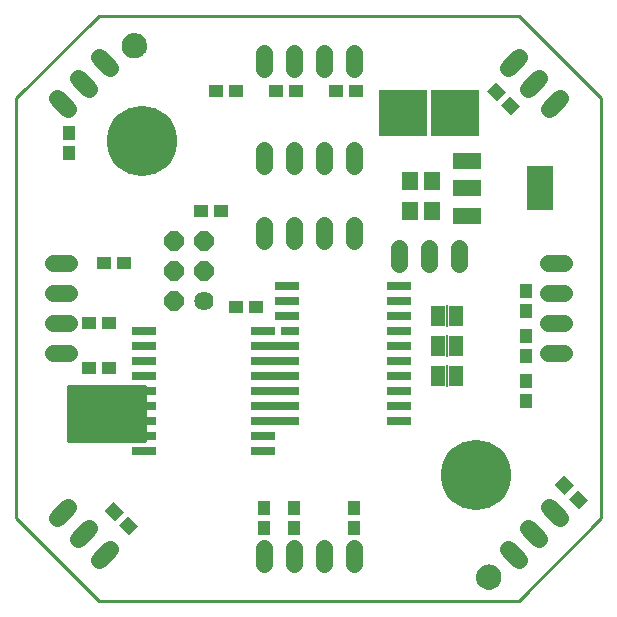
<source format=gbs>
G75*
%MOIN*%
%OFA0B0*%
%FSLAX25Y25*%
%IPPOS*%
%LPD*%
%AMOC8*
5,1,8,0,0,1.08239X$1,22.5*
%
%ADD10C,0.01000*%
%ADD11C,0.01600*%
%ADD12R,0.08400X0.03000*%
%ADD13R,0.06400X0.03000*%
%ADD14R,0.04731X0.04337*%
%ADD15R,0.04337X0.04731*%
%ADD16C,0.05600*%
%ADD17R,0.05000X0.06700*%
%ADD18R,0.00600X0.07200*%
%ADD19C,0.06400*%
%ADD20OC8,0.06400*%
%ADD21R,0.09200X0.05200*%
%ADD22R,0.09061X0.14573*%
%ADD23R,0.16400X0.15400*%
%ADD24C,0.10400*%
%ADD25R,0.05518X0.06306*%
%ADD26C,0.23400*%
%ADD27C,0.00500*%
D10*
X0001500Y0029000D02*
X0001500Y0169000D01*
X0029000Y0196461D01*
X0029000Y0196500D02*
X0169000Y0196500D01*
X0196500Y0169000D01*
X0196500Y0029000D01*
X0169000Y0001500D01*
X0029000Y0001500D01*
X0001500Y0029000D01*
D11*
X0019000Y0055250D02*
X0019000Y0072750D01*
X0044000Y0072750D01*
X0044000Y0055250D01*
X0019000Y0055250D01*
X0019000Y0055849D02*
X0044000Y0055849D01*
X0044000Y0057448D02*
X0019000Y0057448D01*
X0019000Y0059046D02*
X0044000Y0059046D01*
X0044000Y0060645D02*
X0019000Y0060645D01*
X0019000Y0062243D02*
X0044000Y0062243D01*
X0044000Y0063842D02*
X0019000Y0063842D01*
X0019000Y0065440D02*
X0044000Y0065440D01*
X0044000Y0067039D02*
X0019000Y0067039D01*
X0019000Y0068637D02*
X0044000Y0068637D01*
X0044000Y0070236D02*
X0019000Y0070236D01*
X0019000Y0071834D02*
X0044000Y0071834D01*
D12*
X0044200Y0071500D03*
X0044200Y0076500D03*
X0044200Y0081500D03*
X0044200Y0086500D03*
X0044200Y0091500D03*
X0044200Y0066500D03*
X0044200Y0061500D03*
X0044200Y0056500D03*
X0044200Y0051500D03*
X0083800Y0051500D03*
X0083800Y0056500D03*
X0083800Y0061500D03*
X0083800Y0066500D03*
X0083800Y0071500D03*
X0083800Y0076500D03*
X0083800Y0081500D03*
X0083800Y0086500D03*
X0083800Y0091500D03*
X0091700Y0086500D03*
X0091700Y0081500D03*
X0091700Y0076500D03*
X0091700Y0071500D03*
X0091700Y0066500D03*
X0091700Y0061500D03*
X0091700Y0096500D03*
X0091700Y0101500D03*
X0091700Y0106500D03*
X0129200Y0106500D03*
X0129200Y0101500D03*
X0129200Y0096500D03*
X0129200Y0091500D03*
X0129200Y0086500D03*
X0129200Y0081500D03*
X0129200Y0076500D03*
X0129200Y0071500D03*
X0129200Y0066500D03*
X0129200Y0061500D03*
D13*
X0092700Y0091500D03*
D14*
X0081421Y0099394D03*
X0074728Y0099394D03*
X0069846Y0131500D03*
X0063154Y0131500D03*
X0037346Y0114000D03*
X0030654Y0114000D03*
X0032346Y0094000D03*
X0025654Y0094000D03*
X0025654Y0079000D03*
X0032346Y0079000D03*
G36*
X0033995Y0034571D02*
X0037339Y0031227D01*
X0034273Y0028161D01*
X0030929Y0031505D01*
X0033995Y0034571D01*
G37*
G36*
X0038727Y0029839D02*
X0042071Y0026495D01*
X0039005Y0023429D01*
X0035661Y0026773D01*
X0038727Y0029839D01*
G37*
G36*
X0166505Y0163429D02*
X0163161Y0166773D01*
X0166227Y0169839D01*
X0169571Y0166495D01*
X0166505Y0163429D01*
G37*
G36*
X0161773Y0168161D02*
X0158429Y0171505D01*
X0161495Y0174571D01*
X0164839Y0171227D01*
X0161773Y0168161D01*
G37*
X0114846Y0171500D03*
X0108154Y0171500D03*
X0094846Y0171500D03*
X0088154Y0171500D03*
X0074846Y0171500D03*
X0068154Y0171500D03*
G36*
X0184273Y0036911D02*
X0180929Y0040255D01*
X0183995Y0043321D01*
X0187339Y0039977D01*
X0184273Y0036911D01*
G37*
G36*
X0189005Y0032179D02*
X0185661Y0035523D01*
X0188727Y0038589D01*
X0192071Y0035245D01*
X0189005Y0032179D01*
G37*
D15*
X0171500Y0068154D03*
X0171500Y0074846D03*
X0171500Y0083154D03*
X0171500Y0089846D03*
X0171500Y0098154D03*
X0171500Y0104846D03*
X0114000Y0032346D03*
X0114000Y0025654D03*
X0094000Y0025654D03*
X0094000Y0032346D03*
X0084000Y0032346D03*
X0084000Y0025654D03*
X0019000Y0150654D03*
X0019000Y0157346D03*
D16*
X0025761Y0025768D02*
X0022084Y0022091D01*
X0015124Y0029051D02*
X0018801Y0032727D01*
X0032721Y0018808D02*
X0029044Y0015131D01*
X0084000Y0013900D02*
X0084000Y0019100D01*
X0094000Y0019100D02*
X0094000Y0013900D01*
X0104000Y0013900D02*
X0104000Y0019100D01*
X0114000Y0019100D02*
X0114000Y0013900D01*
X0165273Y0018801D02*
X0168949Y0015124D01*
X0175909Y0022084D02*
X0172232Y0025761D01*
X0179192Y0032721D02*
X0182869Y0029044D01*
X0184100Y0084000D02*
X0178900Y0084000D01*
X0178900Y0094000D02*
X0184100Y0094000D01*
X0184100Y0104000D02*
X0178900Y0104000D01*
X0178900Y0114000D02*
X0184100Y0114000D01*
X0149000Y0113900D02*
X0149000Y0119100D01*
X0139000Y0119100D02*
X0139000Y0113900D01*
X0129000Y0113900D02*
X0129000Y0119100D01*
X0114000Y0121400D02*
X0114000Y0126600D01*
X0104000Y0126600D02*
X0104000Y0121400D01*
X0094000Y0121400D02*
X0094000Y0126600D01*
X0084000Y0126600D02*
X0084000Y0121400D01*
X0084000Y0146400D02*
X0084000Y0151600D01*
X0094000Y0151600D02*
X0094000Y0146400D01*
X0104000Y0146400D02*
X0104000Y0151600D01*
X0114000Y0151600D02*
X0114000Y0146400D01*
X0114000Y0178900D02*
X0114000Y0184100D01*
X0104000Y0184100D02*
X0104000Y0178900D01*
X0094000Y0178900D02*
X0094000Y0184100D01*
X0084000Y0184100D02*
X0084000Y0178900D01*
X0032727Y0179199D02*
X0029051Y0182876D01*
X0022091Y0175916D02*
X0025768Y0172239D01*
X0018808Y0165279D02*
X0015131Y0168956D01*
X0013900Y0114000D02*
X0019100Y0114000D01*
X0019100Y0104000D02*
X0013900Y0104000D01*
X0013900Y0094000D02*
X0019100Y0094000D01*
X0019100Y0084000D02*
X0013900Y0084000D01*
X0165279Y0179192D02*
X0168956Y0182869D01*
X0175916Y0175909D02*
X0172239Y0172232D01*
X0179199Y0165273D02*
X0182876Y0168949D01*
D17*
X0148250Y0096500D03*
X0142250Y0096500D03*
X0142250Y0086500D03*
X0148250Y0086500D03*
X0148250Y0076500D03*
X0142250Y0076500D03*
D18*
X0145250Y0076500D03*
X0145250Y0086500D03*
X0145250Y0096500D03*
D19*
X0064000Y0101500D03*
D20*
X0064000Y0111500D03*
X0064000Y0121500D03*
X0054000Y0121500D03*
X0054000Y0111500D03*
X0054000Y0101500D03*
D21*
X0151800Y0129900D03*
X0151800Y0139000D03*
X0151800Y0148100D03*
D22*
X0176201Y0139000D03*
D23*
X0147677Y0164000D03*
X0130323Y0164000D03*
D24*
X0129000Y0164000D03*
X0149000Y0164000D03*
D25*
X0140240Y0141500D03*
X0132760Y0141500D03*
X0132760Y0131500D03*
X0140240Y0131500D03*
D26*
X0154669Y0043331D03*
X0043331Y0154669D03*
D27*
X0040870Y0182602D02*
X0040186Y0182662D01*
X0039524Y0182840D01*
X0038902Y0183130D01*
X0038339Y0183523D01*
X0037854Y0184009D01*
X0037461Y0184571D01*
X0037170Y0185193D01*
X0036993Y0185856D01*
X0036933Y0186539D01*
X0036993Y0187223D01*
X0037170Y0187886D01*
X0037461Y0188508D01*
X0037854Y0189070D01*
X0038339Y0189555D01*
X0038902Y0189949D01*
X0039524Y0190239D01*
X0040186Y0190417D01*
X0040870Y0190476D01*
X0041554Y0190417D01*
X0042217Y0190239D01*
X0042839Y0189949D01*
X0043401Y0189555D01*
X0043886Y0189070D01*
X0044280Y0188508D01*
X0044570Y0187886D01*
X0044747Y0187223D01*
X0044807Y0186539D01*
X0044747Y0185856D01*
X0044570Y0185193D01*
X0044280Y0184571D01*
X0043886Y0184009D01*
X0043401Y0183523D01*
X0042839Y0183130D01*
X0042217Y0182840D01*
X0041554Y0182662D01*
X0040870Y0182602D01*
X0039270Y0182958D02*
X0042470Y0182958D01*
X0043305Y0183457D02*
X0038435Y0183457D01*
X0037908Y0183955D02*
X0043832Y0183955D01*
X0044198Y0184454D02*
X0037543Y0184454D01*
X0037283Y0184952D02*
X0044457Y0184952D01*
X0044639Y0185451D02*
X0037101Y0185451D01*
X0036985Y0185949D02*
X0044755Y0185949D01*
X0044799Y0186448D02*
X0036941Y0186448D01*
X0036969Y0186946D02*
X0044771Y0186946D01*
X0044688Y0187445D02*
X0037052Y0187445D01*
X0037197Y0187943D02*
X0044543Y0187943D01*
X0044310Y0188442D02*
X0037430Y0188442D01*
X0037763Y0188940D02*
X0043977Y0188940D01*
X0043517Y0189439D02*
X0038223Y0189439D01*
X0038885Y0189937D02*
X0042855Y0189937D01*
X0041334Y0190436D02*
X0040406Y0190436D01*
X0157012Y0012784D02*
X0157634Y0013074D01*
X0158297Y0013251D01*
X0158980Y0013311D01*
X0159664Y0013251D01*
X0160327Y0013074D01*
X0160949Y0012784D01*
X0161511Y0012390D01*
X0161996Y0011905D01*
X0162390Y0011343D01*
X0162680Y0010721D01*
X0162858Y0010058D01*
X0162917Y0009374D01*
X0162858Y0008690D01*
X0162680Y0008027D01*
X0162390Y0007406D01*
X0161996Y0006843D01*
X0161511Y0006358D01*
X0160949Y0005964D01*
X0160327Y0005674D01*
X0159664Y0005497D01*
X0158980Y0005437D01*
X0158297Y0005497D01*
X0157634Y0005674D01*
X0157012Y0005964D01*
X0156450Y0006358D01*
X0155964Y0006843D01*
X0155571Y0007406D01*
X0155281Y0008027D01*
X0155103Y0008690D01*
X0155043Y0009374D01*
X0155103Y0010058D01*
X0155281Y0010721D01*
X0155571Y0011343D01*
X0155964Y0011905D01*
X0156450Y0012390D01*
X0157012Y0012784D01*
X0157403Y0012966D02*
X0160558Y0012966D01*
X0161401Y0012467D02*
X0156560Y0012467D01*
X0156028Y0011969D02*
X0161932Y0011969D01*
X0162300Y0011470D02*
X0155660Y0011470D01*
X0155398Y0010972D02*
X0162563Y0010972D01*
X0162746Y0010473D02*
X0155214Y0010473D01*
X0155096Y0009975D02*
X0162865Y0009975D01*
X0162908Y0009476D02*
X0155052Y0009476D01*
X0155078Y0008978D02*
X0162883Y0008978D01*
X0162801Y0008479D02*
X0155160Y0008479D01*
X0155303Y0007981D02*
X0162658Y0007981D01*
X0162426Y0007482D02*
X0155535Y0007482D01*
X0155866Y0006984D02*
X0162094Y0006984D01*
X0161638Y0006485D02*
X0156323Y0006485D01*
X0156980Y0005987D02*
X0160980Y0005987D01*
X0159564Y0005488D02*
X0158397Y0005488D01*
M02*

</source>
